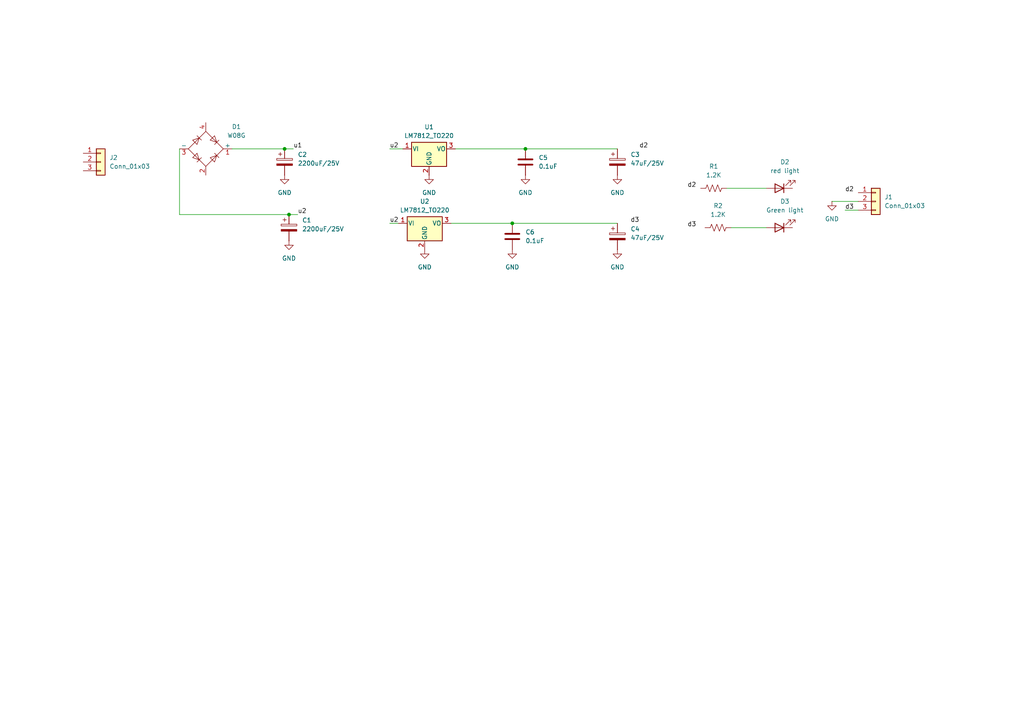
<source format=kicad_sch>
(kicad_sch (version 20250114) (generator "eeschema") (generator_version "9.0")
  (paper "A4")
  (lib_symbols
    (symbol "Connector_Generic:Conn_01x03" (pin_names (offset 1.016) (hide yes))
      (property "Reference" "J" (at 0 5.08 0))
      (property "Value" "Conn_01x03" (at 0 -5.08 0))
      (symbol "Conn_01x03_1_1"
        (rectangle (start -1.27 3.81) (end 1.27 -3.81) (stroke (width 0.254)) (fill (type background)))
        (rectangle (start -1.27 2.667) (end 0 2.413) (stroke (width 0.1524)))
        (rectangle (start -1.27 0.127) (end 0 -0.127) (stroke (width 0.1524)))
        (rectangle (start -1.27 -2.413) (end 0 -2.667) (stroke (width 0.1524)))
        (pin passive line (at -5.08 2.54 0) (length 3.81) (name "Pin_1") (number "1"))
        (pin passive line (at -5.08 0 0) (length 3.81) (name "Pin_2") (number "2"))
        (pin passive line (at -5.08 -2.54 0) (length 3.81) (name "Pin_3") (number "3"))
      )
    )
    (symbol "Device:C" (pin_numbers (hide yes)) (pin_names (offset 0.254))
      (property "Reference" "C" (at 0.635 2.54 0))
      (property "Value" "C" (at 0.635 -2.54 0))
      (symbol "C_0_1"
        (polyline (pts (xy -2.032 0.762) (xy 2.032 0.762)) (stroke (width 0.508)))
        (polyline (pts (xy -2.032 -0.762) (xy 2.032 -0.762)) (stroke (width 0.508)))
      )
      (symbol "C_1_1"
        (pin passive line (at 0 3.81 270) (length 2.794) (name "~") (number "1"))
        (pin passive line (at 0 -3.81 90) (length 2.794) (name "~") (number "2"))
      )
    )
    (symbol "Device:C_Polarized" (pin_numbers (hide yes)) (pin_names (offset 0.254))
      (property "Reference" "C" (at 0.635 2.54 0))
      (property "Value" "C_Polarized" (at 0.635 -2.54 0))
      (symbol "C_Polarized_0_1"
        (rectangle (start -2.286 0.508) (end 2.286 1.016))
        (polyline (pts (xy -1.778 2.286) (xy -0.762 2.286)))
        (polyline (pts (xy -1.27 2.794) (xy -1.27 1.778)))
        (rectangle (start 2.286 -0.508) (end -2.286 -1.016) (fill (type outline)))
      )
      (symbol "C_Polarized_1_1"
        (pin passive line (at 0 3.81 270) (length 2.794) (name "~") (number "1"))
        (pin passive line (at 0 -3.81 90) (length 2.794) (name "~") (number "2"))
      )
    )
    (symbol "Device:LED" (pin_numbers (hide yes)) (pin_names (offset 1.016) (hide yes))
      (property "Reference" "D" (at 0 2.54 0))
      (property "Value" "LED" (at 0 -2.54 0))
      (symbol "LED_0_1"
        (polyline (pts (xy -3.048 -0.762) (xy -4.572 -2.286) (xy -3.81 -2.286) (xy -4.572 -2.286) (xy -4.572 -1.524)))
        (polyline (pts (xy -1.778 -0.762) (xy -3.302 -2.286) (xy -2.54 -2.286) (xy -3.302 -2.286) (xy -3.302 -1.524)))
        (polyline (pts (xy -1.27 0) (xy 1.27 0)))
        (polyline (pts (xy -1.27 -1.27) (xy -1.27 1.27)) (stroke (width 0.254)))
        (polyline (pts (xy 1.27 -1.27) (xy 1.27 1.27) (xy -1.27 0) (xy 1.27 -1.27)) (stroke (width 0.254)))
      )
      (symbol "LED_1_1"
        (pin passive line (at -3.81 0 0) (length 2.54) (name "K") (number "1"))
        (pin passive line (at 3.81 0 180) (length 2.54) (name "A") (number "2"))
      )
    )
    (symbol "Device:R_US" (pin_numbers (hide yes)) (pin_names (offset 0))
      (property "Reference" "R" (at 2.54 0 90))
      (property "Value" "R_US" (at -2.54 0 90))
      (symbol "R_US_0_1"
        (polyline (pts (xy 0 2.286) (xy 0 2.54)))
        (polyline (pts (xy 0 2.286) (xy 1.016 1.905) (xy 0 1.524) (xy -1.016 1.143) (xy 0 0.762)))
        (polyline (pts (xy 0 0.762) (xy 1.016 0.381) (xy 0 0) (xy -1.016 -0.381) (xy 0 -0.762)))
        (polyline (pts (xy 0 -0.762) (xy 1.016 -1.143) (xy 0 -1.524) (xy -1.016 -1.905) (xy 0 -2.286)))
        (polyline (pts (xy 0 -2.286) (xy 0 -2.54)))
      )
      (symbol "R_US_1_1"
        (pin passive line (at 0 3.81 270) (length 1.27) (name "~") (number "1"))
        (pin passive line (at 0 -3.81 90) (length 1.27) (name "~") (number "2"))
      )
    )
    (symbol "Diode_Bridge:W08G" (pin_names (offset 0))
      (property "Reference" "D" (at 2.54 6.985 0))
      (property "Value" "W08G" (at 2.54 5.08 0))
      (symbol "W08G_0_1"
        (polyline (pts (xy -5.08 0) (xy 0 -5.08) (xy 5.08 0) (xy 0 5.08) (xy -5.08 0)))
        (polyline (pts (xy -3.81 2.54) (xy -2.54 1.27) (xy -1.905 3.175) (xy -3.81 2.54)))
        (polyline (pts (xy -2.54 3.81) (xy -1.27 2.54)))
        (polyline (pts (xy -2.54 -1.27) (xy -3.81 -2.54) (xy -1.905 -3.175) (xy -2.54 -1.27)))
        (polyline (pts (xy -1.27 -2.54) (xy -2.54 -3.81)))
        (polyline (pts (xy 1.27 2.54) (xy 2.54 3.81) (xy 3.175 1.905) (xy 1.27 2.54)))
        (polyline (pts (xy 2.54 1.27) (xy 3.81 2.54)))
        (polyline (pts (xy 2.54 -1.27) (xy 3.81 -2.54)))
        (polyline (pts (xy 3.175 -1.905) (xy 1.27 -2.54) (xy 2.54 -3.81) (xy 3.175 -1.905)))
      )
      (symbol "W08G_1_1"
        (pin passive line (at -7.62 0 0) (length 2.54) (name "-") (number "3"))
        (pin passive line (at 0 7.62 270) (length 2.54) (name "~") (number "4"))
        (pin passive line (at 0 -7.62 90) (length 2.54) (name "~") (number "2"))
        (pin passive line (at 7.62 0 180) (length 2.54) (name "+") (number "1"))
      )
    )
    (symbol "Regulator_Linear:LM7812_TO220" (pin_names (offset 0.254))
      (property "Reference" "U" (at -3.81 3.175 0))
      (property "Value" "LM7812_TO220" (at 0 3.175 0))
      (symbol "LM7812_TO220_0_1"
        (rectangle (start -5.08 1.905) (end 5.08 -5.08) (stroke (width 0.254)) (fill (type background)))
      )
      (symbol "LM7812_TO220_1_1"
        (pin power_in line (at -7.62 0 0) (length 2.54) (name "VI") (number "1"))
        (pin power_in line (at 0 -7.62 90) (length 2.54) (name "GND") (number "2"))
        (pin power_out line (at 7.62 0 180) (length 2.54) (name "VO") (number "3"))
      )
    )
    (symbol "power:GND" (power) (pin_numbers (hide yes)) (pin_names (offset 0) (hide yes))
      (property "Value" "GND" (at 0 -3.81 0))
      (symbol "GND_0_1"
        (polyline (pts (xy 0 0) (xy 0 -1.27) (xy 1.27 -1.27) (xy 0 -2.54) (xy -1.27 -1.27) (xy 0 -1.27)))
      )
      (symbol "GND_1_1"
        (pin power_in line (at 0 0 270) (length 0) (name "~") (number "1"))
      )
    )
  )
  (junction (at 83.82 62.23))
  (junction (at 82.55 43.18))
  (junction (at 152.4 43.18))
  (junction (at 148.59 64.77))
  (wire (pts (xy 113.03 43.18) (xy 116.84 43.18)))
  (wire (pts (xy 83.82 62.23) (xy 86.36 62.23)))
  (wire (pts (xy 148.59 64.77) (xy 179.07 64.77)))
  (wire (pts (xy 67.31 43.18) (xy 82.55 43.18)))
  (wire (pts (xy 132.08 43.18) (xy 152.4 43.18)))
  (wire (pts (xy 241.3 58.42) (xy 248.92 58.42)))
  (wire (pts (xy 212.09 66.04) (xy 222.25 66.04)))
  (wire (pts (xy 130.81 64.77) (xy 148.59 64.77)))
  (wire (pts (xy 210.82 54.61) (xy 222.25 54.61)))
  (wire (pts (xy 245.11 60.96) (xy 248.92 60.96)))
  (wire (pts (xy 82.55 43.18) (xy 85.09 43.18)))
  (wire (pts (xy 52.07 62.23) (xy 83.82 62.23)))
  (wire (pts (xy 52.07 43.18) (xy 52.07 62.23)))
  (wire (pts (xy 152.4 43.18) (xy 179.07 43.18)))
  (wire (pts (xy 113.03 64.77) (xy 115.57 64.77)))
  (label "u2" (at 113.03 43.18 0))
  (label "d3" (at 182.88 64.77 0))
  (label "d3" (at 199.39 66.04 0))
  (label "d2" (at 245.11 55.88 0))
  (label "u2" (at 113.03 64.77 0))
  (label "d3" (at 245.11 60.96 0))
  (label "d2" (at 199.39 54.61 0))
  (label "d2" (at 185.42 43.18 0))
  (label "u2" (at 86.36 62.23 0))
  (label "u1" (at 85.09 43.18 0))
  (symbol (lib_id "power:GND") (at 123.19 72.39 0) (unit 1)
    (property "Reference" "#PWR03" (effects (hide yes)))
    (property "Value" "GND" (at 123.19 77.47 0))
    (property "Description" "Power symbol creates a global label with name \"GND\" , ground" (effects (hide yes)))
  )
  (symbol (lib_id "power:GND") (at 152.4 50.8 0) (unit 1)
    (property "Reference" "#PWR05" (effects (hide yes)))
    (property "Value" "GND" (at 152.4 55.88 0))
    (property "Description" "Power symbol creates a global label with name \"GND\" , ground" (effects (hide yes)))
  )
  (symbol (lib_id "Device:C_Polarized") (at 179.07 68.58 0) (unit 1)
    (property "Reference" "C4" (at 182.88 66.4209 0) (effects (justify left)))
    (property "Value" "47uF/25V" (at 182.88 68.9609 0) (effects (justify left)))
    (property "Footprint" "Capacitor_SMD:CP_Elec_10x14.3" (effects (hide yes)))
    (property "Description" "Polarized capacitor" (effects (hide yes)))
  )
  (symbol (lib_id "power:GND") (at 148.59 72.39 0) (unit 1)
    (property "Reference" "#PWR06" (effects (hide yes)))
    (property "Value" "GND" (at 148.59 77.47 0))
    (property "Description" "Power symbol creates a global label with name \"GND\" , ground" (effects (hide yes)))
  )
  (symbol (lib_id "power:GND") (at 179.07 50.8 0) (unit 1)
    (property "Reference" "#PWR07" (effects (hide yes)))
    (property "Value" "GND" (at 179.07 55.88 0))
    (property "Description" "Power symbol creates a global label with name \"GND\" , ground" (effects (hide yes)))
  )
  (symbol (lib_id "power:GND") (at 179.07 72.39 0) (unit 1)
    (property "Reference" "#PWR08" (effects (hide yes)))
    (property "Value" "GND" (at 179.07 77.47 0))
    (property "Description" "Power symbol creates a global label with name \"GND\" , ground" (effects (hide yes)))
  )
  (symbol (lib_id "Device:C") (at 148.59 68.58 0) (unit 1)
    (property "Reference" "C6" (at 152.4 67.3099 0) (effects (justify left)))
    (property "Value" "0.1uF" (at 152.4 69.8499 0) (effects (justify left)))
    (property "Footprint" "Capacitor_Tantalum_SMD:CP_EIA-2012-15_AVX-P" (effects (hide yes)))
    (property "Description" "Unpolarized capacitor" (effects (hide yes)))
  )
  (symbol (lib_id "Device:LED") (at 226.06 66.04 180) (unit 1)
    (property "Reference" "D3" (at 227.6475 58.42 0))
    (property "Value" "Green light" (at 227.6475 60.96 0))
    (property "Footprint" "LED_THT:LED_D3.0mm_Horizontal_O1.27mm_Z10.0mm" (effects (hide yes)))
    (property "Description" "Light emitting diode" (effects (hide yes)))
    (property "Sim.Pins" "1=K 2=A" (effects (hide yes)))
  )
  (symbol (lib_id "Device:C_Polarized") (at 179.07 46.99 0) (unit 1)
    (property "Reference" "C3" (at 182.88 44.8309 0) (effects (justify left)))
    (property "Value" "47uF/25V" (at 182.88 47.3709 0) (effects (justify left)))
    (property "Footprint" "Capacitor_SMD:CP_Elec_10x14.3" (effects (hide yes)))
    (property "Description" "Polarized capacitor" (effects (hide yes)))
  )
  (symbol (lib_id "Regulator_Linear:LM7812_TO220") (at 124.46 43.18 0) (unit 1)
    (property "Reference" "U1" (at 124.46 36.83 0))
    (property "Value" "LM7812_TO220" (at 124.46 39.37 0))
    (property "Footprint" "Package_TO_SOT_THT:TO-220-3_Vertical" (effects (hide yes)))
    (property "Datasheet" "https://www.onsemi.cn/PowerSolutions/document/MC7800-D.PDF" (effects (hide yes)))
    (property "Description" "Positive 1A 35V Linear Regulator, Fixed Output 12V, TO-220" (effects (hide yes)))
  )
  (symbol (lib_id "power:GND") (at 241.3 58.42 0) (unit 1)
    (property "Reference" "#PWR09" (effects (hide yes)))
    (property "Value" "GND" (at 241.3 63.5 0))
    (property "Description" "Power symbol creates a global label with name \"GND\" , ground" (effects (hide yes)))
  )
  (symbol (lib_id "Device:R_US") (at 208.28 66.04 90) (unit 1)
    (property "Reference" "R2" (at 208.28 59.69 90))
    (property "Value" "1.2K" (at 208.28 62.23 90))
    (property "Description" "Resistor, US symbol" (effects (hide yes)))
  )
  (symbol (lib_id "Device:R_US") (at 207.01 54.61 90) (unit 1)
    (property "Reference" "R1" (at 207.01 48.26 90))
    (property "Value" "1.2K" (at 207.01 50.8 90))
    (property "Description" "Resistor, US symbol" (effects (hide yes)))
  )
  (symbol (lib_id "Connector_Generic:Conn_01x03") (at 29.21 46.99 0) (unit 1)
    (property "Reference" "J2" (at 31.75 45.7199 0) (effects (justify left)))
    (property "Value" "Conn_01x03" (at 31.75 48.2599 0) (effects (justify left)))
    (property "Description" "Generic connector, single row, 01x03, script generated (kicad-library-utils/schlib/autogen/connector/)" (effects (hide yes)))
  )
  (symbol (lib_id "Device:LED") (at 226.06 54.61 180) (unit 1)
    (property "Reference" "D2" (at 227.6475 46.99 0))
    (property "Value" "red light" (at 227.6475 49.53 0))
    (property "Footprint" "LED_THT:LED_D3.0mm_Horizontal_O1.27mm_Z10.0mm" (effects (hide yes)))
    (property "Description" "Light emitting diode" (effects (hide yes)))
    (property "Sim.Pins" "1=K 2=A" (effects (hide yes)))
  )
  (symbol (lib_id "power:GND") (at 124.46 50.8 0) (unit 1)
    (property "Reference" "#PWR04" (effects (hide yes)))
    (property "Value" "GND" (at 124.46 55.88 0))
    (property "Description" "Power symbol creates a global label with name \"GND\" , ground" (effects (hide yes)))
  )
  (symbol (lib_id "power:GND") (at 83.82 69.85 0) (unit 1)
    (property "Reference" "#PWR02" (effects (hide yes)))
    (property "Value" "GND" (at 83.82 74.93 0))
    (property "Description" "Power symbol creates a global label with name \"GND\" , ground" (effects (hide yes)))
  )
  (symbol (lib_id "power:GND") (at 82.55 50.8 0) (unit 1)
    (property "Reference" "#PWR01" (effects (hide yes)))
    (property "Value" "GND" (at 82.55 55.88 0))
    (property "Description" "Power symbol creates a global label with name \"GND\" , ground" (effects (hide yes)))
  )
  (symbol (lib_id "Connector_Generic:Conn_01x03") (at 254 58.42 0) (unit 1)
    (property "Reference" "J1" (at 256.54 57.1499 0) (effects (justify left)))
    (property "Value" "Conn_01x03" (at 256.54 59.6899 0) (effects (justify left)))
    (property "Description" "Generic connector, single row, 01x03, script generated (kicad-library-utils/schlib/autogen/connector/)" (effects (hide yes)))
  )
  (symbol (lib_id "Device:C_Polarized") (at 83.82 66.04 0) (unit 1)
    (property "Reference" "C1" (at 87.63 63.8809 0) (effects (justify left)))
    (property "Value" "2200uF/25V" (at 87.63 66.4209 0) (effects (justify left)))
    (property "Footprint" "Capacitor_SMD:CP_Elec_10x14.3" (effects (hide yes)))
    (property "Description" "Polarized capacitor" (effects (hide yes)))
  )
  (symbol (lib_id "Device:C_Polarized") (at 82.55 46.99 0) (unit 1)
    (property "Reference" "C2" (at 86.36 44.8309 0) (effects (justify left)))
    (property "Value" "2200uF/25V" (at 86.36 47.3709 0) (effects (justify left)))
    (property "Footprint" "Capacitor_SMD:CP_Elec_10x14.3" (effects (hide yes)))
    (property "Description" "Polarized capacitor" (effects (hide yes)))
  )
  (symbol (lib_id "Diode_Bridge:W08G") (at 59.69 43.18 0) (unit 1)
    (property "Reference" "D1" (at 68.58 36.7598 0))
    (property "Value" "W08G" (at 68.58 39.2998 0))
    (property "Footprint" "Diode_THT:Diode_Bridge_Round_D9.8mm" (effects (hide yes)))
    (property "Datasheet" "https://www.vishay.com/docs/88769/woo5g.pdf" (effects (hide yes)))
    (property "Description" "Glass Passivated Single-Phase Bridge Rectifier, 560V Vrms, 1.5A If, WOG package" (effects (hide yes)))
  )
  (symbol (lib_id "Device:C") (at 152.4 46.99 0) (unit 1)
    (property "Reference" "C5" (at 156.21 45.7199 0) (effects (justify left)))
    (property "Value" "0.1uF" (at 156.21 48.2599 0) (effects (justify left)))
    (property "Footprint" "Capacitor_Tantalum_SMD:CP_EIA-2012-15_AVX-P" (effects (hide yes)))
    (property "Description" "Unpolarized capacitor" (effects (hide yes)))
  )
  (symbol (lib_id "Regulator_Linear:LM7812_TO220") (at 123.19 64.77 0) (unit 1)
    (property "Reference" "U2" (at 123.19 58.42 0))
    (property "Value" "LM7812_TO220" (at 123.19 60.96 0))
    (property "Footprint" "Package_TO_SOT_THT:TO-220-3_Vertical" (effects (hide yes)))
    (property "Datasheet" "https://www.onsemi.cn/PowerSolutions/document/MC7800-D.PDF" (effects (hide yes)))
    (property "Description" "Positive 1A 35V Linear Regulator, Fixed Output 12V, TO-220" (effects (hide yes)))
  )
)
</source>
